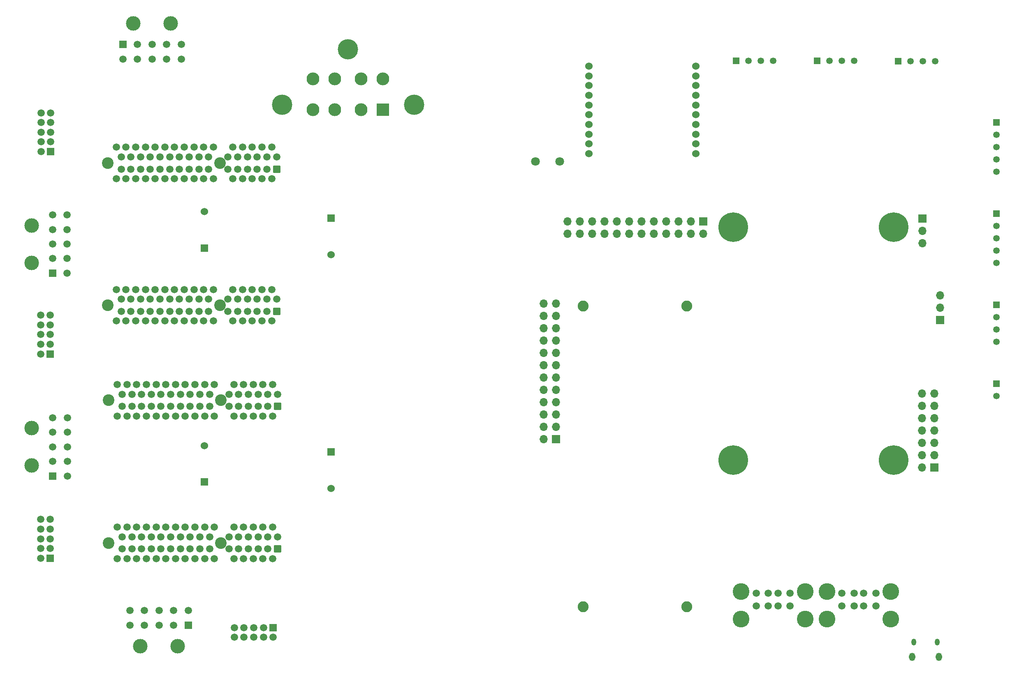
<source format=gbr>
%TF.GenerationSoftware,KiCad,Pcbnew,8.0.2*%
%TF.CreationDate,2024-05-12T20:10:00-06:00*%
%TF.ProjectId,GR-LRR-CONTROL,47522d4c-5252-42d4-934f-4e54524f4c2e,rev?*%
%TF.SameCoordinates,Original*%
%TF.FileFunction,Soldermask,Bot*%
%TF.FilePolarity,Negative*%
%FSLAX46Y46*%
G04 Gerber Fmt 4.6, Leading zero omitted, Abs format (unit mm)*
G04 Created by KiCad (PCBNEW 8.0.2) date 2024-05-12 20:10:00*
%MOMM*%
%LPD*%
G01*
G04 APERTURE LIST*
G04 Aperture macros list*
%AMRoundRect*
0 Rectangle with rounded corners*
0 $1 Rounding radius*
0 $2 $3 $4 $5 $6 $7 $8 $9 X,Y pos of 4 corners*
0 Add a 4 corners polygon primitive as box body*
4,1,4,$2,$3,$4,$5,$6,$7,$8,$9,$2,$3,0*
0 Add four circle primitives for the rounded corners*
1,1,$1+$1,$2,$3*
1,1,$1+$1,$4,$5*
1,1,$1+$1,$6,$7*
1,1,$1+$1,$8,$9*
0 Add four rect primitives between the rounded corners*
20,1,$1+$1,$2,$3,$4,$5,0*
20,1,$1+$1,$4,$5,$6,$7,0*
20,1,$1+$1,$6,$7,$8,$9,0*
20,1,$1+$1,$8,$9,$2,$3,0*%
G04 Aperture macros list end*
%ADD10C,2.999999*%
%ADD11R,1.520000X1.520000*%
%ADD12C,1.520000*%
%ADD13R,1.500000X1.500000*%
%ADD14C,1.500000*%
%ADD15R,1.350000X1.350000*%
%ADD16C,1.350000*%
%ADD17C,3.450000*%
%ADD18C,1.803400*%
%ADD19R,1.524000X1.524000*%
%ADD20C,1.524000*%
%ADD21R,1.700000X1.700000*%
%ADD22O,1.700000X1.700000*%
%ADD23C,2.400000*%
%ADD24RoundRect,0.102000X0.644000X0.644000X-0.644000X0.644000X-0.644000X-0.644000X0.644000X-0.644000X0*%
%ADD25C,1.492000*%
%ADD26R,2.640000X2.640000*%
%ADD27C,2.640000*%
%ADD28C,4.185000*%
%ADD29O,1.300000X1.700000*%
%ADD30O,1.000000X1.400000*%
%ADD31C,2.250000*%
%ADD32C,6.100000*%
G04 APERTURE END LIST*
D10*
%TO.C,J6*%
X54980001Y-104299654D03*
X54980001Y-111999639D03*
D11*
X59300000Y-114139650D03*
D12*
X59300000Y-111139651D03*
X59300000Y-108139652D03*
X59300000Y-105139653D03*
X59300000Y-102139654D03*
X62299999Y-114139650D03*
X62299999Y-111139651D03*
X62299999Y-108139652D03*
X62299999Y-105139653D03*
X62299999Y-102139654D03*
%TD*%
D13*
%TO.C,J11*%
X58800000Y-172900000D03*
D14*
X56800000Y-172900000D03*
X58800000Y-170900000D03*
X56800000Y-170900000D03*
X58800000Y-168900000D03*
X56800000Y-168900000D03*
X58800000Y-166900000D03*
X56800000Y-166900000D03*
X58800000Y-164900000D03*
X56800000Y-164900000D03*
%TD*%
D15*
%TO.C,J26*%
X233359998Y-70479298D03*
D16*
X235899998Y-70479298D03*
X238439998Y-70479298D03*
X240979998Y-70479298D03*
%TD*%
D14*
%TO.C,J37*%
X204130000Y-180077500D03*
X206630000Y-180077500D03*
X208630000Y-180077500D03*
X211130000Y-180077500D03*
X204130000Y-182697500D03*
X206630000Y-182697500D03*
X208630000Y-182697500D03*
X211130000Y-182697500D03*
D17*
X201060000Y-185407500D03*
X214200000Y-185407500D03*
X201060000Y-179727500D03*
X214200000Y-179727500D03*
%TD*%
D18*
%TO.C,J18*%
X158704900Y-91102701D03*
X163704900Y-91102701D03*
%TD*%
D19*
%TO.C,C21*%
X90500000Y-157192450D03*
D20*
X90500000Y-149674050D03*
%TD*%
D21*
%TO.C,J32*%
X240800000Y-154180000D03*
D22*
X238260000Y-154180000D03*
X240800000Y-151640000D03*
X238260000Y-151640000D03*
X240800000Y-149100000D03*
X238260000Y-149100000D03*
X240800000Y-146560000D03*
X238260000Y-146560000D03*
X240800000Y-144020000D03*
X238260000Y-144020000D03*
X240800000Y-141480000D03*
X238260000Y-141480000D03*
X240800000Y-138940000D03*
X238260000Y-138940000D03*
%TD*%
D15*
%TO.C,J20*%
X253570001Y-136890349D03*
D16*
X253570001Y-139430349D03*
%TD*%
D13*
%TO.C,J1*%
X58900000Y-89100000D03*
D14*
X56900000Y-89100000D03*
X58900000Y-87100000D03*
X56900000Y-87100000D03*
X58900000Y-85100000D03*
X56900000Y-85100000D03*
X58900000Y-83100000D03*
X56900000Y-83100000D03*
X58900000Y-81100000D03*
X56900000Y-81100000D03*
%TD*%
D23*
%TO.C,J12*%
X93950000Y-140350000D03*
X70800000Y-140350000D03*
D24*
X105600000Y-141600000D03*
D25*
X104600000Y-143600000D03*
X103600000Y-141600000D03*
X102600000Y-143600000D03*
X101600000Y-141600000D03*
X100600000Y-143600000D03*
X99600000Y-141600000D03*
X98600000Y-143600000D03*
X97600000Y-141600000D03*
X96600000Y-143600000D03*
X95600000Y-141600000D03*
X92600000Y-143600000D03*
X91600000Y-141600000D03*
X90600000Y-143600000D03*
X89600000Y-141600000D03*
X88600000Y-143600000D03*
X87600000Y-141600000D03*
X86600000Y-143600000D03*
X85600000Y-141600000D03*
X84600000Y-143600000D03*
X83600000Y-141600000D03*
X82600000Y-143600000D03*
X81600000Y-141600000D03*
X80600000Y-143600000D03*
X79600000Y-141600000D03*
X78600000Y-143600000D03*
X77600000Y-141600000D03*
X76600000Y-143600000D03*
X75600000Y-141600000D03*
X74600000Y-143600000D03*
X73600000Y-141600000D03*
X72600000Y-143600000D03*
X105600000Y-139100000D03*
X104600000Y-137100000D03*
X103600000Y-139100000D03*
X102600000Y-137100000D03*
X101600000Y-139100000D03*
X100600000Y-137100000D03*
X99600000Y-139100000D03*
X98600000Y-137100000D03*
X97600000Y-139100000D03*
X96600000Y-137100000D03*
X95600000Y-139100000D03*
X92600000Y-137100000D03*
X91600000Y-139100000D03*
X90600000Y-137100000D03*
X89600000Y-139100000D03*
X88600000Y-137100000D03*
X87600000Y-139100000D03*
X86600000Y-137100000D03*
X85600000Y-139100000D03*
X84600000Y-137100000D03*
X83600000Y-139100000D03*
X82600000Y-137100000D03*
X81600000Y-139100000D03*
X80600000Y-137100000D03*
X79600000Y-139100000D03*
X78600000Y-137100000D03*
X77600000Y-139100000D03*
X76600000Y-137100000D03*
X75600000Y-139100000D03*
X74600000Y-137100000D03*
X73600000Y-139100000D03*
X72600000Y-137100000D03*
%TD*%
D26*
%TO.C,J5*%
X127275000Y-80475000D03*
D27*
X122830000Y-80475000D03*
X117370000Y-80475000D03*
X112925000Y-80475000D03*
X112925000Y-74125000D03*
X117370000Y-74125000D03*
X122830000Y-74125000D03*
X127275000Y-74125000D03*
D28*
X120100000Y-68025000D03*
X133690000Y-79455000D03*
X106510000Y-79455000D03*
%TD*%
D20*
%TO.C,U4*%
X169736600Y-71500000D03*
X169736600Y-73500000D03*
X169736600Y-75500000D03*
X169703600Y-77500000D03*
X169736600Y-79500000D03*
X169736600Y-81500000D03*
X169736600Y-83500000D03*
X169736600Y-85500000D03*
X169736600Y-87500000D03*
X169736600Y-89500000D03*
X191700000Y-89500000D03*
X191700000Y-87500000D03*
X191700000Y-85500000D03*
X191700000Y-83500000D03*
X191700000Y-81500000D03*
X191700000Y-79500000D03*
X191700000Y-77500000D03*
X191700000Y-75500000D03*
X191700000Y-73500000D03*
X191700000Y-71500000D03*
%TD*%
D21*
%TO.C,J4*%
X193220000Y-103500000D03*
D22*
X193220000Y-106040000D03*
X190680000Y-103500000D03*
X190680000Y-106040000D03*
X188140000Y-103500000D03*
X188140000Y-106040000D03*
X185600000Y-103500000D03*
X185600000Y-106040000D03*
X183060000Y-103500000D03*
X183060000Y-106040000D03*
X180520000Y-103500000D03*
X180520000Y-106040000D03*
X177980000Y-103500000D03*
X177980000Y-106040000D03*
X175440000Y-103500000D03*
X175440000Y-106040000D03*
X172900000Y-103500000D03*
X172900000Y-106040000D03*
X170360000Y-103500000D03*
X170360000Y-106040000D03*
X167820000Y-103500000D03*
X167820000Y-106040000D03*
X165280000Y-103500000D03*
X165280000Y-106040000D03*
%TD*%
D13*
%TO.C,J15*%
X104700000Y-187200000D03*
D14*
X104700000Y-189200000D03*
X102700000Y-187200000D03*
X102700000Y-189200000D03*
X100700000Y-187200000D03*
X100700000Y-189200000D03*
X98700000Y-187200000D03*
X98700000Y-189200000D03*
X96700000Y-187200000D03*
X96700000Y-189200000D03*
%TD*%
D19*
%TO.C,C22*%
X116600000Y-151007550D03*
D20*
X116600000Y-158525950D03*
%TD*%
D15*
%TO.C,J25*%
X216710350Y-70409298D03*
D16*
X219250350Y-70409298D03*
X221790350Y-70409298D03*
X224330350Y-70409298D03*
%TD*%
D21*
%TO.C,J39*%
X162905000Y-148362588D03*
D22*
X160365000Y-148362588D03*
X162905000Y-145822588D03*
X160365000Y-145822588D03*
X162905000Y-143282588D03*
X160365000Y-143282588D03*
X162905000Y-140742588D03*
X160365000Y-140742588D03*
X162905000Y-138202588D03*
X160365000Y-138202588D03*
X162905000Y-135662588D03*
X160365000Y-135662588D03*
X162905000Y-133122588D03*
X160365000Y-133122588D03*
X162905000Y-130582588D03*
X160365000Y-130582588D03*
X162905000Y-128042588D03*
X160365000Y-128042588D03*
X162905000Y-125502588D03*
X160365000Y-125502588D03*
X162905000Y-122962588D03*
X160365000Y-122962588D03*
X162905000Y-120422588D03*
X160365000Y-120422588D03*
%TD*%
D29*
%TO.C,J36*%
X236280000Y-193207500D03*
D30*
X236580000Y-190177500D03*
X241430000Y-190177500D03*
D29*
X241730000Y-193207500D03*
%TD*%
D21*
%TO.C,J33*%
X242000000Y-123825000D03*
D22*
X242000000Y-121285000D03*
X242000000Y-118745000D03*
%TD*%
D23*
%TO.C,J8*%
X93750000Y-120750000D03*
X70600000Y-120750000D03*
D24*
X105400000Y-122000000D03*
D25*
X104400000Y-124000000D03*
X103400000Y-122000000D03*
X102400000Y-124000000D03*
X101400000Y-122000000D03*
X100400000Y-124000000D03*
X99400000Y-122000000D03*
X98400000Y-124000000D03*
X97400000Y-122000000D03*
X96400000Y-124000000D03*
X95400000Y-122000000D03*
X92400000Y-124000000D03*
X91400000Y-122000000D03*
X90400000Y-124000000D03*
X89400000Y-122000000D03*
X88400000Y-124000000D03*
X87400000Y-122000000D03*
X86400000Y-124000000D03*
X85400000Y-122000000D03*
X84400000Y-124000000D03*
X83400000Y-122000000D03*
X82400000Y-124000000D03*
X81400000Y-122000000D03*
X80400000Y-124000000D03*
X79400000Y-122000000D03*
X78400000Y-124000000D03*
X77400000Y-122000000D03*
X76400000Y-124000000D03*
X75400000Y-122000000D03*
X74400000Y-124000000D03*
X73400000Y-122000000D03*
X72400000Y-124000000D03*
X105400000Y-119500000D03*
X104400000Y-117500000D03*
X103400000Y-119500000D03*
X102400000Y-117500000D03*
X101400000Y-119500000D03*
X100400000Y-117500000D03*
X99400000Y-119500000D03*
X98400000Y-117500000D03*
X97400000Y-119500000D03*
X96400000Y-117500000D03*
X95400000Y-119500000D03*
X92400000Y-117500000D03*
X91400000Y-119500000D03*
X90400000Y-117500000D03*
X89400000Y-119500000D03*
X88400000Y-117500000D03*
X87400000Y-119500000D03*
X86400000Y-117500000D03*
X85400000Y-119500000D03*
X84400000Y-117500000D03*
X83400000Y-119500000D03*
X82400000Y-117500000D03*
X81400000Y-119500000D03*
X80400000Y-117500000D03*
X79400000Y-119500000D03*
X78400000Y-117500000D03*
X77400000Y-119500000D03*
X76400000Y-117500000D03*
X75400000Y-119500000D03*
X74400000Y-117500000D03*
X73400000Y-119500000D03*
X72400000Y-117500000D03*
%TD*%
D10*
%TO.C,J2*%
X83600347Y-62680001D03*
X75900362Y-62680001D03*
D11*
X73760351Y-67000000D03*
D12*
X76760350Y-67000000D03*
X79760349Y-67000000D03*
X82760348Y-67000000D03*
X85760347Y-67000000D03*
X73760351Y-69999999D03*
X76760350Y-69999999D03*
X79760349Y-69999999D03*
X82760348Y-69999999D03*
X85760347Y-69999999D03*
%TD*%
D15*
%TO.C,J21*%
X253600000Y-83039649D03*
D16*
X253600000Y-85579649D03*
X253600000Y-88119649D03*
X253600000Y-90659649D03*
X253600000Y-93199649D03*
%TD*%
D10*
%TO.C,J10*%
X55000000Y-146100015D03*
X55000000Y-153800000D03*
D11*
X59319999Y-155940011D03*
D12*
X59319999Y-152940012D03*
X59319999Y-149940013D03*
X59319999Y-146940014D03*
X59319999Y-143940015D03*
X62319998Y-155940011D03*
X62319998Y-152940012D03*
X62319998Y-149940013D03*
X62319998Y-146940014D03*
X62319998Y-143940015D03*
%TD*%
D15*
%TO.C,J23*%
X253570001Y-120650352D03*
D16*
X253570001Y-123190352D03*
X253570001Y-125730352D03*
X253570001Y-128270352D03*
%TD*%
D23*
%TO.C,J3*%
X93750000Y-91450000D03*
X70600000Y-91450000D03*
D24*
X105400000Y-92700000D03*
D25*
X104400000Y-94700000D03*
X103400000Y-92700000D03*
X102400000Y-94700000D03*
X101400000Y-92700000D03*
X100400000Y-94700000D03*
X99400000Y-92700000D03*
X98400000Y-94700000D03*
X97400000Y-92700000D03*
X96400000Y-94700000D03*
X95400000Y-92700000D03*
X92400000Y-94700000D03*
X91400000Y-92700000D03*
X90400000Y-94700000D03*
X89400000Y-92700000D03*
X88400000Y-94700000D03*
X87400000Y-92700000D03*
X86400000Y-94700000D03*
X85400000Y-92700000D03*
X84400000Y-94700000D03*
X83400000Y-92700000D03*
X82400000Y-94700000D03*
X81400000Y-92700000D03*
X80400000Y-94700000D03*
X79400000Y-92700000D03*
X78400000Y-94700000D03*
X77400000Y-92700000D03*
X76400000Y-94700000D03*
X75400000Y-92700000D03*
X74400000Y-94700000D03*
X73400000Y-92700000D03*
X72400000Y-94700000D03*
X105400000Y-90200000D03*
X104400000Y-88200000D03*
X103400000Y-90200000D03*
X102400000Y-88200000D03*
X101400000Y-90200000D03*
X100400000Y-88200000D03*
X99400000Y-90200000D03*
X98400000Y-88200000D03*
X97400000Y-90200000D03*
X96400000Y-88200000D03*
X95400000Y-90200000D03*
X92400000Y-88200000D03*
X91400000Y-90200000D03*
X90400000Y-88200000D03*
X89400000Y-90200000D03*
X88400000Y-88200000D03*
X87400000Y-90200000D03*
X86400000Y-88200000D03*
X85400000Y-90200000D03*
X84400000Y-88200000D03*
X83400000Y-90200000D03*
X82400000Y-88200000D03*
X81400000Y-90200000D03*
X80400000Y-88200000D03*
X79400000Y-90200000D03*
X78400000Y-88200000D03*
X77400000Y-90200000D03*
X76400000Y-88200000D03*
X75400000Y-90200000D03*
X74400000Y-88200000D03*
X73400000Y-90200000D03*
X72400000Y-88200000D03*
%TD*%
D14*
%TO.C,J38*%
X221800000Y-180077500D03*
X224300000Y-180077500D03*
X226300000Y-180077500D03*
X228800000Y-180077500D03*
X221800000Y-182697500D03*
X224300000Y-182697500D03*
X226300000Y-182697500D03*
X228800000Y-182697500D03*
D17*
X218730000Y-185407500D03*
X231870000Y-185407500D03*
X218730000Y-179727500D03*
X231870000Y-179727500D03*
%TD*%
D23*
%TO.C,J16*%
X93950000Y-169750000D03*
X70800000Y-169750000D03*
D24*
X105600000Y-171000000D03*
D25*
X104600000Y-173000000D03*
X103600000Y-171000000D03*
X102600000Y-173000000D03*
X101600000Y-171000000D03*
X100600000Y-173000000D03*
X99600000Y-171000000D03*
X98600000Y-173000000D03*
X97600000Y-171000000D03*
X96600000Y-173000000D03*
X95600000Y-171000000D03*
X92600000Y-173000000D03*
X91600000Y-171000000D03*
X90600000Y-173000000D03*
X89600000Y-171000000D03*
X88600000Y-173000000D03*
X87600000Y-171000000D03*
X86600000Y-173000000D03*
X85600000Y-171000000D03*
X84600000Y-173000000D03*
X83600000Y-171000000D03*
X82600000Y-173000000D03*
X81600000Y-171000000D03*
X80600000Y-173000000D03*
X79600000Y-171000000D03*
X78600000Y-173000000D03*
X77600000Y-171000000D03*
X76600000Y-173000000D03*
X75600000Y-171000000D03*
X74600000Y-173000000D03*
X73600000Y-171000000D03*
X72600000Y-173000000D03*
X105600000Y-168500000D03*
X104600000Y-166500000D03*
X103600000Y-168500000D03*
X102600000Y-166500000D03*
X101600000Y-168500000D03*
X100600000Y-166500000D03*
X99600000Y-168500000D03*
X98600000Y-166500000D03*
X97600000Y-168500000D03*
X96600000Y-166500000D03*
X95600000Y-168500000D03*
X92600000Y-166500000D03*
X91600000Y-168500000D03*
X90600000Y-166500000D03*
X89600000Y-168500000D03*
X88600000Y-166500000D03*
X87600000Y-168500000D03*
X86600000Y-166500000D03*
X85600000Y-168500000D03*
X84600000Y-166500000D03*
X83600000Y-168500000D03*
X82600000Y-166500000D03*
X81600000Y-168500000D03*
X80600000Y-166500000D03*
X79600000Y-168500000D03*
X78600000Y-166500000D03*
X77600000Y-168500000D03*
X76600000Y-166500000D03*
X75600000Y-168500000D03*
X74600000Y-166500000D03*
X73600000Y-168500000D03*
X72600000Y-166500000D03*
%TD*%
D31*
%TO.C,U1*%
X189870000Y-182937588D03*
X189870000Y-120957588D03*
X168530000Y-182937588D03*
X168530000Y-120957588D03*
%TD*%
D19*
%TO.C,C19*%
X116600000Y-102807550D03*
D20*
X116600000Y-110325950D03*
%TD*%
D13*
%TO.C,J7*%
X58800000Y-130800000D03*
D14*
X56800000Y-130800000D03*
X58800000Y-128800000D03*
X56800000Y-128800000D03*
X58800000Y-126800000D03*
X56800000Y-126800000D03*
X58800000Y-124800000D03*
X56800000Y-124800000D03*
X58800000Y-122800000D03*
X56800000Y-122800000D03*
%TD*%
D21*
%TO.C,J34*%
X238400000Y-102900000D03*
D22*
X238400000Y-105440000D03*
X238400000Y-107980000D03*
%TD*%
D19*
%TO.C,C20*%
X90500000Y-108992450D03*
D20*
X90500000Y-101474050D03*
%TD*%
D10*
%TO.C,J14*%
X77360004Y-191019999D03*
X85059989Y-191019999D03*
D11*
X87200000Y-186700000D03*
D12*
X84200001Y-186700000D03*
X81200002Y-186700000D03*
X78200003Y-186700000D03*
X75200004Y-186700000D03*
X87200000Y-183700001D03*
X84200001Y-183700001D03*
X81200002Y-183700001D03*
X78200003Y-183700001D03*
X75200004Y-183700001D03*
%TD*%
D15*
%TO.C,J24*%
X200010350Y-70409298D03*
D16*
X202550350Y-70409298D03*
X205090350Y-70409298D03*
X207630350Y-70409298D03*
%TD*%
D15*
%TO.C,J22*%
X253570001Y-101840000D03*
D16*
X253570001Y-104380000D03*
X253570001Y-106920000D03*
X253570001Y-109460000D03*
X253570001Y-112000000D03*
%TD*%
D32*
%TO.C,Module1*%
X232400000Y-152700000D03*
X232400000Y-104700000D03*
X199400000Y-152700000D03*
X199400000Y-104700000D03*
%TD*%
M02*

</source>
